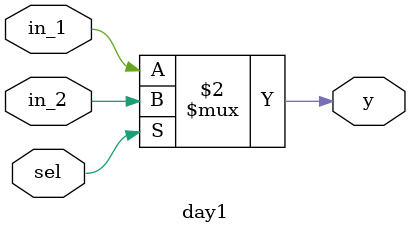
<source format=sv>
module day1(y,in_1,in_2,sel);
output wire y;
input wire in_1, in_2;
input wire sel;

assign y = (sel == 0) ? in_1 : in_2;

endmodule

</source>
